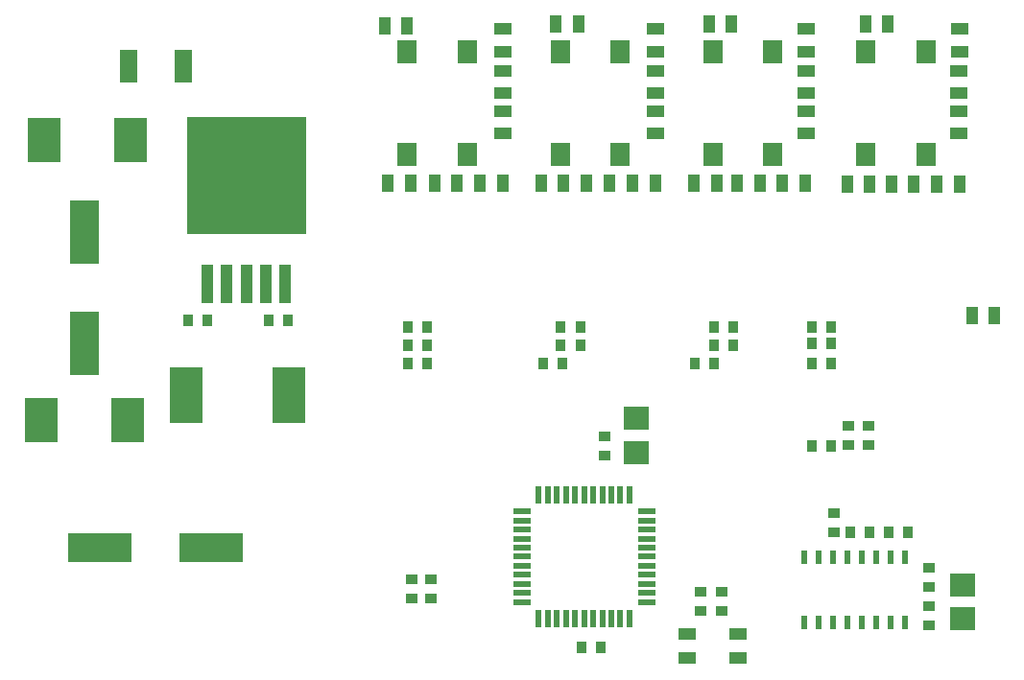
<source format=gtp>
%FSLAX44Y44*%
%MOMM*%
G71*
G01*
G75*
G04 Layer_Color=8421504*
%ADD10R,1.5000X1.0000*%
%ADD11R,0.9000X1.0000*%
%ADD12R,1.0000X0.9000*%
%ADD13R,0.6000X1.3000*%
%ADD14R,2.2000X2.0000*%
%ADD15R,3.0000X4.0000*%
%ADD16R,10.5000X10.4000*%
%ADD17R,1.1000X3.5000*%
%ADD18R,3.0000X5.0000*%
%ADD19R,2.5000X5.7000*%
%ADD20R,1.6000X3.0000*%
%ADD21R,5.7000X2.5000*%
%ADD22R,1.6000X0.5000*%
%ADD23R,0.5000X1.6000*%
%ADD24R,1.0000X1.5000*%
%ADD25R,1.8000X2.0000*%
%ADD26C,1.0000*%
%ADD27C,0.5000*%
%ADD28C,0.6000*%
%ADD29C,0.4000*%
%ADD30C,7.0000*%
%ADD31C,2.5000*%
%ADD32C,3.0000*%
%ADD33C,2.0000*%
%ADD34R,1.6000X1.6000*%
%ADD35C,1.6000*%
%ADD36R,2.0000X2.0000*%
%ADD37C,1.2000*%
%ADD38C,1.2700*%
%ADD39C,0.2000*%
%ADD40C,0.2500*%
%ADD41C,0.1000*%
%ADD42C,0.2540*%
D10*
X901670Y546070D02*
D03*
Y566070D02*
D03*
X767000Y510510D02*
D03*
Y530510D02*
D03*
X901670Y510510D02*
D03*
Y530510D02*
D03*
X767000Y566070D02*
D03*
Y546070D02*
D03*
X767000Y603000D02*
D03*
Y583000D02*
D03*
X902000Y603000D02*
D03*
Y583000D02*
D03*
X634000Y510510D02*
D03*
Y530510D02*
D03*
X499000Y510510D02*
D03*
Y530510D02*
D03*
X634000Y566070D02*
D03*
Y546070D02*
D03*
X499000Y566070D02*
D03*
Y546070D02*
D03*
X634000Y603000D02*
D03*
Y583000D02*
D03*
X499000Y603000D02*
D03*
Y583000D02*
D03*
X707000Y68500D02*
D03*
Y47500D02*
D03*
X662000Y68500D02*
D03*
Y47500D02*
D03*
D11*
X839500Y159000D02*
D03*
X856500D02*
D03*
X805500D02*
D03*
X822500D02*
D03*
X238190Y345940D02*
D03*
X221190D02*
D03*
X292500Y346000D02*
D03*
X309500D02*
D03*
X585500Y57000D02*
D03*
X568500D02*
D03*
X668500Y308000D02*
D03*
X685500D02*
D03*
X771500Y308000D02*
D03*
X788500D02*
D03*
X685500Y340000D02*
D03*
X702500D02*
D03*
X788500D02*
D03*
X771500D02*
D03*
X702500Y324000D02*
D03*
X685500D02*
D03*
X771500Y325000D02*
D03*
X788500D02*
D03*
X534500Y308000D02*
D03*
X551500D02*
D03*
X432500D02*
D03*
X415500D02*
D03*
X550500Y340000D02*
D03*
X567500D02*
D03*
X415500D02*
D03*
X432500D02*
D03*
X567500Y324000D02*
D03*
X550500D02*
D03*
X432500D02*
D03*
X415500D02*
D03*
X771500Y235000D02*
D03*
X788500D02*
D03*
D12*
X875000Y76500D02*
D03*
Y93500D02*
D03*
Y127500D02*
D03*
Y110500D02*
D03*
X791000Y158500D02*
D03*
Y175500D02*
D03*
X589000Y226500D02*
D03*
Y243500D02*
D03*
X436000Y117500D02*
D03*
Y100500D02*
D03*
X419000Y117500D02*
D03*
Y100500D02*
D03*
X692000Y106500D02*
D03*
Y89500D02*
D03*
X674000Y106500D02*
D03*
Y89500D02*
D03*
X822000Y235500D02*
D03*
Y252500D02*
D03*
X804500D02*
D03*
Y235500D02*
D03*
D13*
X765500Y79250D02*
D03*
X778250D02*
D03*
X790950D02*
D03*
X803650D02*
D03*
X816350D02*
D03*
X829050D02*
D03*
X841750D02*
D03*
X854450D02*
D03*
X765550Y136750D02*
D03*
X778250D02*
D03*
X790950D02*
D03*
X803650D02*
D03*
X816350D02*
D03*
X829050D02*
D03*
X841750D02*
D03*
X854450D02*
D03*
D14*
X905000Y112000D02*
D03*
Y82000D02*
D03*
X617000Y229000D02*
D03*
Y259000D02*
D03*
D15*
X171000Y505000D02*
D03*
X95000D02*
D03*
X92170Y257740D02*
D03*
X168170D02*
D03*
D16*
X272870Y473650D02*
D03*
D17*
X306870Y378150D02*
D03*
X289870D02*
D03*
X272870D02*
D03*
X255870D02*
D03*
X238870D02*
D03*
D18*
X310250Y279900D02*
D03*
X220250D02*
D03*
D19*
X130170Y325580D02*
D03*
Y423580D02*
D03*
D20*
X217000Y570000D02*
D03*
X169000D02*
D03*
D21*
X144000Y145000D02*
D03*
X242000D02*
D03*
D22*
X626000Y97000D02*
D03*
Y105000D02*
D03*
Y113000D02*
D03*
Y121000D02*
D03*
Y129000D02*
D03*
Y137000D02*
D03*
Y145000D02*
D03*
Y153000D02*
D03*
Y161000D02*
D03*
Y169000D02*
D03*
Y177000D02*
D03*
X516000Y97000D02*
D03*
Y105000D02*
D03*
Y113000D02*
D03*
Y121000D02*
D03*
Y129000D02*
D03*
Y137000D02*
D03*
Y145000D02*
D03*
Y153000D02*
D03*
Y161000D02*
D03*
Y169000D02*
D03*
Y177000D02*
D03*
D23*
X531000Y82000D02*
D03*
X539000D02*
D03*
X547000D02*
D03*
X555000D02*
D03*
X563000D02*
D03*
X571000D02*
D03*
X579000D02*
D03*
X587000D02*
D03*
X595000D02*
D03*
X603000D02*
D03*
X611000D02*
D03*
X531000Y192000D02*
D03*
X539000D02*
D03*
X547000D02*
D03*
X555000D02*
D03*
X563000D02*
D03*
X571000D02*
D03*
X579000D02*
D03*
X587000D02*
D03*
X595000D02*
D03*
X603000D02*
D03*
X611000D02*
D03*
D24*
X668000Y467000D02*
D03*
X688000D02*
D03*
X803000Y466000D02*
D03*
X823000D02*
D03*
X766000Y467000D02*
D03*
X746000D02*
D03*
X902000Y466000D02*
D03*
X882000D02*
D03*
X706000Y467000D02*
D03*
X726000D02*
D03*
X842000Y466000D02*
D03*
X862000D02*
D03*
X701000Y607000D02*
D03*
X681000D02*
D03*
X839000D02*
D03*
X819000D02*
D03*
X533000Y467000D02*
D03*
X553000D02*
D03*
X398000D02*
D03*
X418000D02*
D03*
X634000D02*
D03*
X614000D02*
D03*
X499000D02*
D03*
X479000D02*
D03*
X573000D02*
D03*
X593000D02*
D03*
X439000D02*
D03*
X459000D02*
D03*
X566000Y607000D02*
D03*
X546000D02*
D03*
X395000Y606000D02*
D03*
X415000D02*
D03*
X933000Y350000D02*
D03*
X913000D02*
D03*
D25*
X684500Y582510D02*
D03*
X737500D02*
D03*
X684500Y492510D02*
D03*
X737500D02*
D03*
X819290Y582510D02*
D03*
X872290D02*
D03*
X819290Y492510D02*
D03*
X872290D02*
D03*
X549710Y582510D02*
D03*
X602710D02*
D03*
X549710Y492510D02*
D03*
X602710D02*
D03*
X414920Y582510D02*
D03*
X467920D02*
D03*
X414920Y492510D02*
D03*
X467920D02*
D03*
M02*

</source>
